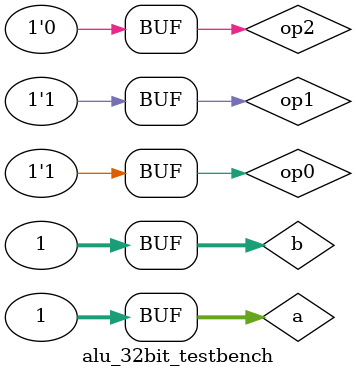
<source format=v>
module alu_32bit_testbench();
	reg[31:0] a;
	reg[31:0] b;
	reg op0,op1,op2;
	wire ifBeq;
	wire[31:0] result;
	alu_32bit alu_(result, ifBeq, a, b ,op2,op1,op0);
	initial begin
		// AND OP: 000
		op2 = 1'b0; op1= 1'b0; op0 = 1'b0; a = 32'b0; b =32'b0; 
		#30;
		op2 = 1'b0; op1= 1'b0; op0 = 1'b0; a = 32'b1; b =32'b0;  
		#30;
		op2 = 1'b0; op1= 1'b0; op0 = 1'b0; a = 32'b1; b =32'b1; 
		#30;
		op2 = 1'b0; op1= 1'b0; op0 = 1'b0; a = 32'b0; b =32'b1; 
		#30;
		// OR OP: 001
		op2 = 1'b0; op1= 1'b0; op0 = 1'b1; a = 32'b0; b =32'b0;  
		#30;
		op2 = 1'b0; op1= 1'b0; op0 = 1'b1; a = 32'b1; b =32'b0; 
		#30;
		op2 = 1'b0; op1= 1'b0; op0 = 1'b1; a = 32'b0; b =32'b1; 
		#30;
		op2 = 1'b0; op1= 1'b0; op0 = 1'b1; a = 32'b1; b =32'b1; 
		#30;
		// ADD OP: 010
		op2 = 1'b0; op1= 1'b1; op0 = 1'b0; a = 32'b0; b =32'b0; 
		#30;
		op2 = 1'b0; op1= 1'b1; op0 = 1'b0; a = 32'b1; b =32'b0;  
		#30;
		op2 = 1'b0; op1= 1'b1; op0 = 1'b0; a = 32'b0; b =32'b1;  
		#30;
		op2 = 1'b0; op1= 1'b1; op0 = 1'b0; a = 32'b1; b =32'b1;  
		#30;
		//SUBTRACT OP: 110
		op2 = 1'b1; op1= 1'b1; op0 = 1'b0; a = 32'b0; b =32'b0; 
		#30;
		op2 = 1'b1; op1= 1'b1; op0 = 1'b0; a = 32'b1; b =32'b0; 
		#30;
		op2 = 1'b1; op1= 1'b1; op0 = 1'b0; a = 32'b0; b =32'b1; 
		#30;
		op2 = 1'b1; op1= 1'b1; op0 = 1'b0; a = 32'b1; b =32'b1; 
		#30;
		// XOR OP: 011
		op2 = 1'b0; op1= 1'b1; op0 = 1'b1; a = 32'b0; b =32'b0; 
		#30;
		op2 = 1'b0; op1= 1'b1; op0 = 1'b1; a = 32'b1; b =32'b0; 
		#30;
		op2 = 1'b0; op1= 1'b1; op0 = 1'b1; a = 32'b0; b =32'b1; 
		#30;
		op2 = 1'b0; op1= 1'b1; op0 = 1'b1; a = 32'b1; b =32'b1; 
		#30;
	end
	initial begin
	$monitor("time =%2d,	OPCODE = %1b %1b %1b , Ai = %32b, Bi = %32b, Result = %32b, ifBeq = %1b", $time, op2,op1,op0, a, b, result, ifBeq);
	end
endmodule 
</source>
